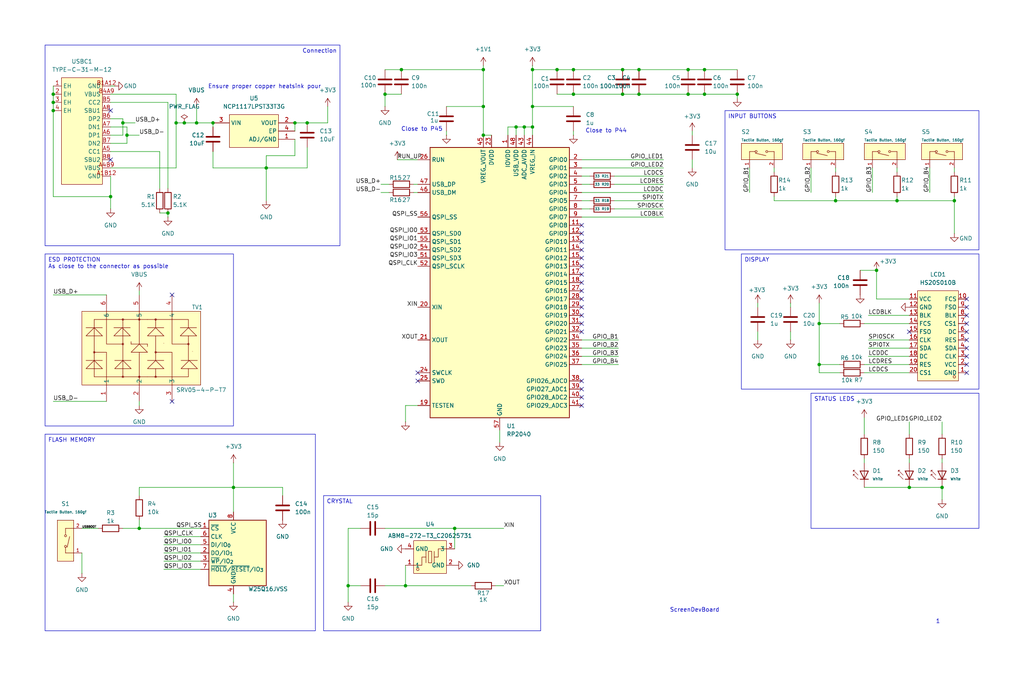
<source format=kicad_sch>
(kicad_sch (version 20250114) (generator "eeschema") (generator_version "9.0")
  (paper "User" 317.5 209.55)
  (text "1\n" (at 290.83 192.786 0) (effects (font (size 1.27 1.27))))
  (text "Ensure proper copper heatsink pour\n" (at 82.042 26.924 0) (effects (font (size 1.27 1.27))))
  (text "Close to P45" (at 130.81 40.132 0) (effects (font (size 1.27 1.27))))
  (text "Close to P44\n" (at 187.96 40.64 0) (effects (font (size 1.27 1.27))))
  (text "ScreenDevBoard" (at 215.392 189.23 0) (effects (font (size 1.27 1.27))))
  (text_box "Connection" (at 13.97 13.97 0) (size 91.44 62.23) (margins 0.9525 0.9525 0.9525 0.9525) (effects (font (size 1.27 1.27)) (justify right top)))
  (text_box "DISPLAY" (at 229.87 78.74 0) (size 73.66 41.91) (margins 0.9525 0.9525 0.9525 0.9525) (effects (font (size 1.27 1.27)) (justify left top)))
  (text_box "STATUS LEDS" (at 251.46 121.92 0) (size 52.07 41.91) (margins 0.9525 0.9525 0.9525 0.9525) (effects (font (size 1.27 1.27)) (justify left top)))
  (text_box "FLASH MEMORY" (at 13.97 134.62 0) (size 83.82 60.96) (margins 0.9525 0.9525 0.9525 0.9525) (effects (font (size 1.27 1.27)) (justify left top)))
  (text_box "ESD PROTECTION\nAs close to the connector as possible" (at 13.97 78.74 0) (size 58.42 53.34) (margins 0.9525 0.9525 0.9525 0.9525) (effects (font (size 1.27 1.27)) (justify left top)))
  (text_box "INPUT BUTTONS" (at 224.79 34.29 0) (size 78.74 43.18) (margins 0.9525 0.9525 0.9525 0.9525) (effects (font (size 1.27 1.27)) (justify left top)))
  (text_box "CRYSTAL" (at 100.33 153.67 0) (size 67.31 41.91) (margins 0.9525 0.9525 0.9525 0.9525) (effects (font (size 1.27 1.27)) (justify left top)))
  (junction (at 281.94 151.13))
  (junction (at 177.8 21.59))
  (junction (at 213.36 21.59))
  (junction (at 149.86 33.02))
  (junction (at 125.73 181.61))
  (junction (at 16.51 31.75))
  (junction (at 295.91 62.23))
  (junction (at 91.44 38.1))
  (junction (at 38.1 38.1))
  (junction (at 160.02 39.37))
  (junction (at 107.95 181.61))
  (junction (at 119.38 29.21))
  (junction (at 57.15 38.1))
  (junction (at 165.1 21.59))
  (junction (at 165.1 33.02))
  (junction (at 149.86 41.91))
  (junction (at 278.13 62.23))
  (junction (at 149.86 21.59))
  (junction (at 213.36 29.21))
  (junction (at 43.18 163.83))
  (junction (at 54.61 38.1))
  (junction (at 95.25 38.1))
  (junction (at 177.8 29.21))
  (junction (at 228.6 29.21))
  (junction (at 52.07 66.04))
  (junction (at 193.04 29.21))
  (junction (at 218.44 21.59))
  (junction (at 254 100.33))
  (junction (at 254 113.03))
  (junction (at 16.51 34.29))
  (junction (at 193.04 21.59))
  (junction (at 172.72 21.59))
  (junction (at 292.1 151.13))
  (junction (at 60.96 38.1))
  (junction (at 140.97 163.83))
  (junction (at 39.37 41.91))
  (junction (at 16.51 29.21))
  (junction (at 124.46 21.59))
  (junction (at 162.56 39.37))
  (junction (at 82.55 52.07))
  (junction (at 218.44 29.21))
  (junction (at 271.78 83.82))
  (junction (at 259.08 62.23))
  (junction (at 198.12 21.59))
  (junction (at 34.29 60.96))
  (junction (at 165.1 39.37))
  (junction (at 198.12 29.21))
  (junction (at 66.04 38.1))
  (junction (at 72.39 151.13))
  (no_connect (at 180.34 95.25))
  (no_connect (at 299.72 102.87))
  (no_connect (at 34.29 49.53))
  (no_connect (at 299.72 110.49))
  (no_connect (at 299.72 107.95))
  (no_connect (at 180.34 118.11))
  (no_connect (at 299.72 105.41))
  (no_connect (at 299.72 100.33))
  (no_connect (at 299.72 95.25))
  (no_connect (at 180.34 74.93))
  (no_connect (at 34.29 34.29))
  (no_connect (at 180.34 97.79))
  (no_connect (at 281.94 102.87))
  (no_connect (at 180.34 123.19))
  (no_connect (at 180.34 125.73))
  (no_connect (at 180.34 85.09))
  (no_connect (at 129.54 115.57))
  (no_connect (at 299.72 115.57))
  (no_connect (at 180.34 80.01))
  (no_connect (at 299.72 113.03))
  (no_connect (at 129.54 118.11))
  (no_connect (at 180.34 102.87))
  (no_connect (at 180.34 92.71))
  (no_connect (at 180.34 69.85))
  (no_connect (at 53.34 91.44))
  (no_connect (at 180.34 72.39))
  (no_connect (at 53.34 124.46))
  (no_connect (at 180.34 100.33))
  (no_connect (at 180.34 120.65))
  (no_connect (at 299.72 92.71))
  (no_connect (at 180.34 87.63))
  (no_connect (at 180.34 77.47))
  (no_connect (at 299.72 97.79))
  (no_connect (at 180.34 90.17))
  (no_connect (at 180.34 82.55))
  (wire (pts (xy 269.24 97.79) (xy 281.94 97.79)))
  (wire (pts (xy 177.8 21.59) (xy 193.04 21.59)))
  (wire (pts (xy 82.55 48.26) (xy 82.55 52.07)))
  (wire (pts (xy 234.95 93.98) (xy 234.95 95.25)))
  (wire (pts (xy 52.07 66.04) (xy 52.07 67.31)))
  (wire (pts (xy 165.1 21.59) (xy 165.1 33.02)))
  (wire (pts (xy 39.37 39.37) (xy 39.37 41.91)))
  (wire (pts (xy 66.04 46.99) (xy 66.04 52.07)))
  (wire (pts (xy 281.94 142.24) (xy 281.94 143.51)))
  (wire (pts (xy 107.95 181.61) (xy 111.76 181.61)))
  (wire (pts (xy 16.51 124.46) (xy 33.02 124.46)))
  (wire (pts (xy 295.91 62.23) (xy 295.91 72.39)))
  (wire (pts (xy 54.61 38.1) (xy 54.61 29.21)))
  (wire (pts (xy 34.29 26.67) (xy 35.56 26.67)))
  (wire (pts (xy 180.34 110.49) (xy 191.77 110.49)))
  (wire (pts (xy 72.39 143.51) (xy 72.39 151.13)))
  (wire (pts (xy 180.34 57.15) (xy 182.88 57.15)))
  (wire (pts (xy 180.34 59.69) (xy 205.74 59.69)))
  (wire (pts (xy 95.25 45.72) (xy 95.25 52.07)))
  (wire (pts (xy 39.37 44.45) (xy 39.37 41.91)))
  (wire (pts (xy 180.34 52.07) (xy 205.74 52.07)))
  (wire (pts (xy 165.1 33.02) (xy 177.8 33.02)))
  (wire (pts (xy 165.1 33.02) (xy 165.1 39.37)))
  (wire (pts (xy 38.1 41.91) (xy 38.1 38.1)))
  (wire (pts (xy 254 113.03) (xy 254 115.57)))
  (wire (pts (xy 267.97 113.03) (xy 281.94 113.03)))
  (wire (pts (xy 281.94 151.13) (xy 292.1 151.13)))
  (wire (pts (xy 52.07 31.75) (xy 52.07 58.42)))
  (wire (pts (xy 198.12 29.21) (xy 213.36 29.21)))
  (wire (pts (xy 95.25 38.1) (xy 101.6 38.1)))
  (wire (pts (xy 43.18 161.29) (xy 43.18 163.83)))
  (wire (pts (xy 180.34 107.95) (xy 191.77 107.95)))
  (wire (pts (xy 165.1 21.59) (xy 172.72 21.59)))
  (wire (pts (xy 292.1 142.24) (xy 292.1 143.51)))
  (wire (pts (xy 119.38 21.59) (xy 124.46 21.59)))
  (wire (pts (xy 162.56 39.37) (xy 165.1 39.37)))
  (wire (pts (xy 278.13 60.96) (xy 278.13 62.23)))
  (wire (pts (xy 245.11 102.87) (xy 245.11 105.41)))
  (wire (pts (xy 154.94 133.35) (xy 154.94 137.16)))
  (wire (pts (xy 228.6 29.21) (xy 228.6 30.48)))
  (wire (pts (xy 245.11 95.25) (xy 245.11 93.98)))
  (wire (pts (xy 271.78 92.71) (xy 281.94 92.71)))
  (wire (pts (xy 91.44 43.18) (xy 91.44 48.26)))
  (wire (pts (xy 57.15 38.1) (xy 54.61 38.1)))
  (wire (pts (xy 43.18 153.67) (xy 43.18 151.13)))
  (wire (pts (xy 119.38 181.61) (xy 125.73 181.61)))
  (wire (pts (xy 124.46 29.21) (xy 119.38 29.21)))
  (wire (pts (xy 213.36 21.59) (xy 218.44 21.59)))
  (wire (pts (xy 43.18 90.17) (xy 43.18 91.44)))
  (wire (pts (xy 218.44 21.59) (xy 228.6 21.59)))
  (wire (pts (xy 160.02 39.37) (xy 162.56 39.37)))
  (wire (pts (xy 278.13 52.07) (xy 278.13 53.34)))
  (wire (pts (xy 34.29 36.83) (xy 38.1 36.83)))
  (wire (pts (xy 125.73 175.26) (xy 125.73 181.61)))
  (wire (pts (xy 180.34 62.23) (xy 182.88 62.23)))
  (wire (pts (xy 149.86 33.02) (xy 149.86 41.91)))
  (wire (pts (xy 101.6 33.02) (xy 101.6 38.1)))
  (wire (pts (xy 50.8 176.53) (xy 62.23 176.53)))
  (wire (pts (xy 25.4 163.83) (xy 30.48 163.83)))
  (wire (pts (xy 153.67 181.61) (xy 156.21 181.61)))
  (wire (pts (xy 16.51 31.75) (xy 16.51 34.29)))
  (wire (pts (xy 172.72 21.59) (xy 177.8 21.59)))
  (wire (pts (xy 16.51 60.96) (xy 34.29 60.96)))
  (wire (pts (xy 240.03 62.23) (xy 259.08 62.23)))
  (wire (pts (xy 214.63 49.53) (xy 214.63 52.07)))
  (wire (pts (xy 138.43 33.02) (xy 149.86 33.02)))
  (wire (pts (xy 193.04 29.21) (xy 198.12 29.21)))
  (wire (pts (xy 149.86 41.91) (xy 152.4 41.91)))
  (wire (pts (xy 119.38 163.83) (xy 140.97 163.83)))
  (wire (pts (xy 254 93.98) (xy 254 100.33)))
  (wire (pts (xy 125.73 125.73) (xy 125.73 130.81)))
  (wire (pts (xy 16.51 34.29) (xy 16.51 60.96)))
  (wire (pts (xy 87.63 151.13) (xy 87.63 153.67)))
  (wire (pts (xy 118.11 59.69) (xy 120.65 59.69)))
  (wire (pts (xy 271.78 83.82) (xy 271.78 92.71)))
  (wire (pts (xy 281.94 130.81) (xy 281.94 134.62)))
  (wire (pts (xy 107.95 163.83) (xy 111.76 163.83)))
  (wire (pts (xy 162.56 39.37) (xy 162.56 41.91)))
  (wire (pts (xy 157.48 41.91) (xy 157.48 39.37)))
  (wire (pts (xy 180.34 49.53) (xy 205.74 49.53)))
  (wire (pts (xy 34.29 39.37) (xy 39.37 39.37)))
  (wire (pts (xy 72.39 151.13) (xy 72.39 158.75)))
  (wire (pts (xy 266.7 83.82) (xy 271.78 83.82)))
  (wire (pts (xy 50.8 171.45) (xy 62.23 171.45)))
  (wire (pts (xy 172.72 29.21) (xy 177.8 29.21)))
  (wire (pts (xy 128.27 57.15) (xy 129.54 57.15)))
  (wire (pts (xy 177.8 29.21) (xy 193.04 29.21)))
  (wire (pts (xy 34.29 60.96) (xy 34.29 64.77)))
  (wire (pts (xy 82.55 52.07) (xy 82.55 62.23)))
  (wire (pts (xy 267.97 129.54) (xy 267.97 134.62)))
  (wire (pts (xy 66.04 38.1) (xy 66.04 39.37)))
  (wire (pts (xy 54.61 38.1) (xy 54.61 52.07)))
  (wire (pts (xy 34.29 60.96) (xy 34.29 54.61)))
  (wire (pts (xy 269.24 110.49) (xy 281.94 110.49)))
  (wire (pts (xy 180.34 54.61) (xy 182.88 54.61)))
  (wire (pts (xy 16.51 91.44) (xy 33.02 91.44)))
  (wire (pts (xy 278.13 62.23) (xy 295.91 62.23)))
  (wire (pts (xy 50.8 166.37) (xy 62.23 166.37)))
  (wire (pts (xy 267.97 142.24) (xy 267.97 143.51)))
  (wire (pts (xy 66.04 52.07) (xy 82.55 52.07)))
  (wire (pts (xy 91.44 38.1) (xy 95.25 38.1)))
  (wire (pts (xy 259.08 60.96) (xy 259.08 62.23)))
  (wire (pts (xy 292.1 130.81) (xy 292.1 134.62)))
  (wire (pts (xy 43.18 124.46) (xy 43.18 125.73)))
  (wire (pts (xy 240.03 52.07) (xy 240.03 53.34)))
  (wire (pts (xy 38.1 38.1) (xy 41.91 38.1)))
  (wire (pts (xy 269.24 105.41) (xy 281.94 105.41)))
  (wire (pts (xy 160.02 39.37) (xy 160.02 41.91)))
  (wire (pts (xy 107.95 163.83) (xy 107.95 181.61)))
  (wire (pts (xy 251.46 52.07) (xy 251.46 59.69)))
  (wire (pts (xy 190.5 54.61) (xy 205.74 54.61)))
  (wire (pts (xy 43.18 151.13) (xy 72.39 151.13)))
  (wire (pts (xy 254 100.33) (xy 260.35 100.33)))
  (wire (pts (xy 107.95 181.61) (xy 107.95 186.69)))
  (wire (pts (xy 50.8 173.99) (xy 62.23 173.99)))
  (wire (pts (xy 25.4 171.45) (xy 25.4 177.8)))
  (wire (pts (xy 232.41 52.07) (xy 232.41 59.69)))
  (wire (pts (xy 292.1 151.13) (xy 292.1 154.94)))
  (wire (pts (xy 16.51 26.67) (xy 16.51 29.21)))
  (wire (pts (xy 39.37 41.91) (xy 43.18 41.91)))
  (wire (pts (xy 190.5 64.77) (xy 205.74 64.77)))
  (wire (pts (xy 91.44 38.1) (xy 91.44 40.64)))
  (wire (pts (xy 60.96 33.02) (xy 60.96 38.1)))
  (wire (pts (xy 190.5 57.15) (xy 205.74 57.15)))
  (wire (pts (xy 234.95 102.87) (xy 234.95 105.41)))
  (wire (pts (xy 259.08 62.23) (xy 278.13 62.23)))
  (wire (pts (xy 165.1 39.37) (xy 165.1 41.91)))
  (wire (pts (xy 60.96 38.1) (xy 66.04 38.1)))
  (wire (pts (xy 60.96 38.1) (xy 57.15 38.1)))
  (wire (pts (xy 267.97 151.13) (xy 281.94 151.13)))
  (wire (pts (xy 34.29 41.91) (xy 38.1 41.91)))
  (wire (pts (xy 193.04 21.59) (xy 198.12 21.59)))
  (wire (pts (xy 180.34 64.77) (xy 182.88 64.77)))
  (wire (pts (xy 124.46 21.59) (xy 149.86 21.59)))
  (wire (pts (xy 149.86 21.59) (xy 149.86 33.02)))
  (wire (pts (xy 72.39 184.15) (xy 72.39 186.69)))
  (wire (pts (xy 198.12 21.59) (xy 213.36 21.59)))
  (wire (pts (xy 254 113.03) (xy 260.35 113.03)))
  (wire (pts (xy 213.36 29.21) (xy 218.44 29.21)))
  (wire (pts (xy 156.21 163.83) (xy 140.97 163.83)))
  (wire (pts (xy 16.51 29.21) (xy 16.51 31.75)))
  (wire (pts (xy 38.1 163.83) (xy 43.18 163.83)))
  (wire (pts (xy 43.18 163.83) (xy 62.23 163.83)))
  (wire (pts (xy 254 100.33) (xy 254 113.03)))
  (wire (pts (xy 119.38 29.21) (xy 119.38 33.02)))
  (wire (pts (xy 269.24 107.95) (xy 281.94 107.95)))
  (wire (pts (xy 270.51 52.07) (xy 270.51 59.69)))
  (wire (pts (xy 157.48 39.37) (xy 160.02 39.37)))
  (wire (pts (xy 190.5 62.23) (xy 205.74 62.23)))
  (wire (pts (xy 34.29 44.45) (xy 39.37 44.45)))
  (wire (pts (xy 49.53 46.99) (xy 49.53 58.42)))
  (wire (pts (xy 165.1 20.32) (xy 165.1 21.59)))
  (wire (pts (xy 180.34 105.41) (xy 191.77 105.41)))
  (wire (pts (xy 123.19 49.53) (xy 129.54 49.53)))
  (wire (pts (xy 240.03 60.96) (xy 240.03 62.23)))
  (wire (pts (xy 214.63 41.91) (xy 214.63 40.64)))
  (wire (pts (xy 118.11 57.15) (xy 120.65 57.15)))
  (wire (pts (xy 129.54 125.73) (xy 125.73 125.73)))
  (wire (pts (xy 128.27 59.69) (xy 129.54 59.69)))
  (wire (pts (xy 72.39 151.13) (xy 87.63 151.13)))
  (wire (pts (xy 180.34 113.03) (xy 191.77 113.03)))
  (wire (pts (xy 125.73 181.61) (xy 146.05 181.61)))
  (wire (pts (xy 82.55 52.07) (xy 95.25 52.07)))
  (wire (pts (xy 34.29 52.07) (xy 54.61 52.07)))
  (wire (pts (xy 138.43 40.64) (xy 138.43 41.91)))
  (wire (pts (xy 218.44 29.21) (xy 228.6 29.21)))
  (wire (pts (xy 91.44 48.26) (xy 82.55 48.26)))
  (wire (pts (xy 49.53 66.04) (xy 52.07 66.04)))
  (wire (pts (xy 180.34 67.31) (xy 205.74 67.31)))
  (wire (pts (xy 267.97 100.33) (xy 281.94 100.33)))
  (wire (pts (xy 38.1 36.83) (xy 38.1 38.1)))
  (wire (pts (xy 177.8 40.64) (xy 177.8 41.91)))
  (wire (pts (xy 260.35 115.57) (xy 254 115.57)))
  (wire (pts (xy 34.29 46.99) (xy 49.53 46.99)))
  (wire (pts (xy 140.97 163.83) (xy 140.97 170.18)))
  (wire (pts (xy 295.91 60.96) (xy 295.91 62.23)))
  (wire (pts (xy 281.94 115.57) (xy 267.97 115.57)))
  (wire (pts (xy 295.91 52.07) (xy 295.91 53.34)))
  (wire (pts (xy 288.29 52.07) (xy 288.29 59.69)))
  (wire (pts (xy 259.08 52.07) (xy 259.08 53.34)))
  (wire (pts (xy 50.8 168.91) (xy 62.23 168.91)))
  (wire (pts (xy 54.61 29.21) (xy 34.29 29.21)))
  (wire (pts (xy 149.86 20.32) (xy 149.86 21.59)))
  (wire (pts (xy 34.29 31.75) (xy 52.07 31.75)))
  (label "GPIO_B2" (at 251.46 59.69 90))
  (label "SPI0TX" (at 205.74 62.23 180))
  (label "GPIO_B3" (at 270.51 59.69 90))
  (label "GPIO_LED1" (at 281.94 130.81 180))
  (label "SPI0SCK" (at 205.74 64.77 180))
  (label "USB_D-" (at 43.18 41.91 0))
  (label "QSPI_IO2" (at 50.8 173.99 0))
  (label "QSPI_IO1" (at 129.54 74.93 180))
  (label "QSPI_CLK" (at 50.8 166.37 0))
  (label "QSPI_IO0" (at 129.54 72.39 180))
  (label "LCDCS" (at 269.24 115.57 0))
  (label "LCDDC" (at 205.74 59.69 180))
  (label "GPIO_LED2" (at 205.74 52.07 180))
  (label "RUN_UP" (at 123.19 49.53 0))
  (label "XOUT" (at 129.54 105.41 180))
  (label "GPIO_B2" (at 191.77 107.95 180))
  (label "USB_D+" (at 118.11 57.15 180))
  (label "QSPI_IO2" (at 129.54 77.47 180))
  (label "XIN" (at 129.54 95.25 180))
  (label "LCDBLK" (at 205.74 67.31 180))
  (label "LCDCS" (at 205.74 54.61 180))
  (label "XOUT" (at 156.21 181.61 0))
  (label "QSPI_IO0" (at 50.8 168.91 0))
  (label "SPI0TX" (at 269.24 107.95 0))
  (label "QSPI_IO3" (at 50.8 176.53 0))
  (label "GPIO_B1" (at 232.41 59.69 90))
  (label "GPIO_B3" (at 191.77 110.49 180))
  (label "LCDBLK" (at 269.24 97.79 0))
  (label "GPIO_B4" (at 288.29 59.69 90))
  (label "GPIO_B4" (at 191.77 113.03 180))
  (label "QSPI_IO3" (at 129.54 80.01 180))
  (label "QSPI_SS" (at 54.61 163.83 0))
  (label "GPIO_LED2" (at 292.1 130.81 180))
  (label "USB_D+" (at 16.51 91.44 0))
  (label "QSPI_IO1" (at 50.8 171.45 0))
  (label "USBBOOT" (at 25.4 163.83 0) (effects (font (size 0.635 0.635))))
  (label "USB_D+" (at 41.91 38.1 0))
  (label "LCDRES" (at 205.74 57.15 180))
  (label "GPIO_LED1" (at 205.74 49.53 180))
  (label "XIN" (at 156.21 163.83 0))
  (label "LCDDC" (at 269.24 110.49 0))
  (label "USB_D-" (at 118.11 59.69 180))
  (label "SPI0SCK" (at 269.24 105.41 0))
  (label "LCDRES" (at 269.24 113.03 0))
  (label "USB_D-" (at 16.51 124.46 0))
  (label "QSPI_SS" (at 129.54 67.31 180))
  (label "QSPI_CLK" (at 129.54 82.55 180))
  (label "GPIO_B1" (at 191.77 105.41 180))
  (symbol (lib_id "Device:C") (at 138.43 36.83 0) (unit 1)
    (property "Reference" "C11" (at 132.334 35.306 0) (effects (justify left)))
    (property "Value" "1u" (at 133.35 37.338 0) (effects (justify left)))
    (property "Footprint" "Capacitor_SMD:C_0402_1005Metric" (effects (hide yes)))
    (property "Description" "Unpolarized capacitor" (effects (hide yes)))
  )
  (symbol (lib_id "power:VBUS") (at 60.96 33.02 0) (unit 1)
    (property "Reference" "#PWR011" (effects (hide yes)))
    (property "Value" "VBUS" (at 60.96 27.94 0))
    (property "Description" "Power symbol creates a global label with name \"VBUS\"" (effects (hide yes)))
  )
  (symbol (lib_id "Device:C") (at 177.8 36.83 0) (unit 1)
    (property "Reference" "C8" (at 181.61 35.5599 0) (effects (justify left)))
    (property "Value" "1u" (at 181.61 38.0999 0) (effects (justify left)))
    (property "Footprint" "Capacitor_SMD:C_0402_1005Metric" (effects (hide yes)))
    (property "Description" "Unpolarized capacitor" (effects (hide yes)))
  )
  (symbol (lib_id "Device:C") (at 234.95 99.06 0) (unit 1)
    (property "Reference" "C19" (at 238.76 97.7899 0) (effects (justify left)))
    (property "Value" "1u" (at 238.76 100.3299 0) (effects (justify left)))
    (property "Footprint" "Capacitor_SMD:C_0603_1608Metric" (effects (hide yes)))
    (property "Description" "Unpolarized capacitor" (effects (hide yes)))
  )
  (symbol (lib_id "power:GND") (at 140.97 175.26 90) (unit 1)
    (property "Reference" "#PWR020" (effects (hide yes)))
    (property "Value" "GND" (at 144.78 175.2599 90) (effects (justify right)))
    (property "Description" "Power symbol creates a global label with name \"GND\" , ground" (effects (hide yes)))
  )
  (symbol (lib_id "power:+3V3") (at 165.1 20.32 0) (unit 1)
    (property "Reference" "#PWR02" (effects (hide yes)))
    (property "Value" "+3V3" (at 165.1 15.24 0))
    (property "Description" "Power symbol creates a global label with name \"+3V3\"" (effects (hide yes)))
  )
  (symbol (lib_id "power:GND") (at 228.6 30.48 0) (unit 1)
    (property "Reference" "#PWR03" (effects (hide yes)))
    (property "Value" "GND" (effects (hide yes)))
    (property "Description" "Power symbol creates a global label with name \"GND\" , ground" (effects (hide yes)))
  )
  (symbol (lib_name "Tactile Button, 160gf, 12V, 50mA, 4.0mm_1") (lib_id "PCM_JLCPCB-Connectors_Buttons:Tactile Button, 160gf, 12V, 50mA, 4.0mm") (at 20.32 168.91 180) (unit 1)
    (property "Reference" "S1" (at 20.32 156.21 0))
    (property "Value" "Tactile Button, 160gf" (at 20.32 158.75 0) (effects (font (size 0.8 0.8))))
    (property "Footprint" "PCM_JLCPCB:SW_TS-1088-AR02016" (effects (hide yes)))
    (property "Datasheet" "https://www.lcsc.com/datasheet/lcsc_datasheet_2304140030_XUNPU-TS-1088-AR02016_C720477.pdf" (effects (hide yes)))
    (property "Description" "Without 50mA 4mm 100MΩ 100000 Times 12V 160gf 3mm 2mm Round Button Standing paste SPST SMD Tactile Switches ROHS" (effects (hide yes)))
    (property "LCSC" "C720477" (effects (hide yes)))
    (property "Stock" "346801" (effects (hide yes)))
    (property "Price" "0.044USD" (effects (hide yes)))
    (property "Process" "SMT" (effects (hide yes)))
    (property "Minimum Qty" "5" (effects (hide yes)))
    (property "Attrition Qty" "4" (effects (hide yes)))
    (property "Class" "Basic Component" (effects (hide yes)))
    (property "Category" "Switches,Tactile Switches" (effects (hide yes)))
    (property "Manufacturer" "XUNPU" (effects (hide yes)))
    (property "Part" "TS-1088-AR02016" (effects (hide yes)))
    (property "Switch Length" "4mm" (effects (hide yes)))
    (property "Voltage Rating (Dc)" "12V" (effects (hide yes)))
    (property "With Lamp" "No" (effects (hide yes)))
    (property "Operating Force" "160gf@±50gf" (effects (hide yes)))
    (property "Actuator/Cap Color" "Black" (effects (hide yes)))
    (property "Mechanical Life" "100000 Times" (effects (hide yes)))
    (property "Strike Gundam" "NO" (effects (hide yes)))
    (property "Circuit" "SPST" (effects (hide yes)))
    (property "Switch Height" "2mm" (effects (hide yes)))
    (property "Actuator Style" "Round Button" (effects (hide yes)))
    (property "Switch Width" "3mm" (effects (hide yes)))
    (property "Contact Current" "50mA" (effects (hide yes)))
    (property "Operating Temperature" "-30°C~+80°C" (effects (hide yes)))
    (property "Mounting Style" "Brick nogging" (effects (hide yes)))
    (property "Insulation Resistance" "100MΩ" (effects (hide yes)))
    (property "Pin Style" "SMDSplicing" (effects (hide yes)))
  )
  (symbol (lib_id "power:GND") (at 234.95 105.41 0) (unit 1)
    (property "Reference" "#PWR035" (effects (hide yes)))
    (property "Value" "GND" (at 234.95 110.49 0))
    (property "Description" "Power symbol creates a global label with name \"GND\" , ground" (effects (hide yes)))
  )
  (symbol (lib_id "Device:C") (at 119.38 25.4 0) (unit 1)
    (property "Reference" "C10" (at 112.776 24.13 0) (effects (justify left)))
    (property "Value" "100n" (at 111.76 26.416 0) (effects (justify left)))
    (property "Footprint" "Capacitor_SMD:C_0402_1005Metric" (effects (hide yes)))
    (property "Description" "Unpolarized capacitor" (effects (hide yes)))
  )
  (symbol (lib_id "power:GND") (at 52.07 67.31 0) (unit 1)
    (property "Reference" "#PWR010" (effects (hide yes)))
    (property "Value" "GND" (at 52.07 72.39 0))
    (property "Description" "Power symbol creates a global label with name \"GND\" , ground" (effects (hide yes)))
  )
  (symbol (lib_id "power:+3V3") (at 234.95 93.98 0) (unit 1)
    (property "Reference" "#PWR034" (effects (hide yes)))
    (property "Value" "+3V3" (at 234.696 89.916 0))
    (property "Description" "Power symbol creates a global label with name \"+3V3\"" (effects (hide yes)))
  )
  (symbol (lib_id "PCM_JLCPCB-Extended:MCU, RP2040") (at 154.94 87.63 0) (unit 1)
    (property "Reference" "U1" (at 157.0833 132.08 0) (effects (justify left)))
    (property "Value" "RP2040" (at 157.0833 134.62 0) (effects (justify left)))
    (property "Footprint" "Package_DFN_QFN:QFN-56-1EP_7x7mm_P0.4mm_EP3.2x3.2mm_ThermalVias" (effects (hide yes)))
    (property "Datasheet" "https://datasheets.raspberrypi.com/rp2040/rp2040-datasheet.pdf" (effects (hide yes)))
    (property "Description" "A microcontroller by Raspberry Pi" (effects (hide yes)))
    (property "LCSC" "C2040" (effects (hide yes)))
  )
  (symbol (lib_id "power:+3V3") (at 271.78 83.82 0) (unit 1)
    (property "Reference" "#PWR026" (effects (hide yes)))
    (property "Value" "+3V3" (at 275.336 81.026 0))
    (property "Description" "Power symbol creates a global label with name \"+3V3\"" (effects (hide yes)))
  )
  (symbol (lib_id "power:PWR_FLAG") (at 57.15 38.1 0) (unit 1)
    (property "Reference" "#FLG01" (effects (hide yes)))
    (property "Value" "PWR_FLAG" (at 57.15 33.02 0))
    (property "Description" "Special symbol for telling ERC where power comes from" (effects (hide yes)))
  )
  (symbol (lib_id "power:VBUS") (at 43.18 90.17 0) (unit 1)
    (property "Reference" "#PWR031" (effects (hide yes)))
    (property "Value" "VBUS" (at 43.18 85.09 0))
    (property "Description" "Power symbol creates a global label with name \"VBUS\"" (effects (hide yes)))
  )
  (symbol (lib_id "PCM_JLCPCB-Connectors_Buttons:Tactile Button, 160gf, 12V, 50mA, 4.0mm") (at 254 46.99 90) (unit 1)
    (property "Reference" "S3" (at 248.92 40.8939 90) (effects (justify right)))
    (property "Value" "Tactile Button, 160gf" (at 248.92 43.434 90) (effects (font (size 0.8 0.8)) (justify right)))
    (property "Footprint" "PCM_JLCPCB:SW_TS-1088-AR02016" (effects (hide yes)))
    (property "Datasheet" "https://www.lcsc.com/datasheet/lcsc_datasheet_2304140030_XUNPU-TS-1088-AR02016_C720477.pdf" (effects (hide yes)))
    (property "Description" "Without 50mA 4mm 100MΩ 100000 Times 12V 160gf 3mm 2mm Round Button Standing paste SPST SMD Tactile Switches ROHS" (effects (hide yes)))
    (property "LCSC" "C720477" (effects (hide yes)))
    (property "Stock" "346801" (effects (hide yes)))
    (property "Price" "0.044USD" (effects (hide yes)))
    (property "Process" "SMT" (effects (hide yes)))
    (property "Minimum Qty" "5" (effects (hide yes)))
    (property "Attrition Qty" "4" (effects (hide yes)))
    (property "Class" "Basic Component" (effects (hide yes)))
    (property "Category" "Switches,Tactile Switches" (effects (hide yes)))
    (property "Manufacturer" "XUNPU" (effects (hide yes)))
    (property "Part" "TS-1088-AR02016" (effects (hide yes)))
    (property "Switch Length" "4mm" (effects (hide yes)))
    (property "Voltage Rating (Dc)" "12V" (effects (hide yes)))
    (property "With Lamp" "No" (effects (hide yes)))
    (property "Operating Force" "160gf@±50gf" (effects (hide yes)))
    (property "Actuator/Cap Color" "Black" (effects (hide yes)))
    (property "Mechanical Life" "100000 Times" (effects (hide yes)))
    (property "Strike Gundam" "NO" (effects (hide yes)))
    (property "Circuit" "SPST" (effects (hide yes)))
    (property "Switch Height" "2mm" (effects (hide yes)))
    (property "Actuator Style" "Round Button" (effects (hide yes)))
    (property "Switch Width" "3mm" (effects (hide yes)))
    (property "Contact Current" "50mA" (effects (hide yes)))
    (property "Operating Temperature" "-30°C~+80°C" (effects (hide yes)))
    (property "Mounting Style" "Brick nogging" (effects (hide yes)))
    (property "Insulation Resistance" "100MΩ" (effects (hide yes)))
    (property "Pin Style" "SMDSplicing" (effects (hide yes)))
  )
  (symbol (lib_id "Device:C") (at 193.04 25.4 0) (unit 1)
    (property "Reference" "C3" (at 188.214 24.13 0) (effects (justify left)))
    (property "Value" "100n" (at 185.928 26.67 0) (effects (justify left)))
    (property "Footprint" "Capacitor_SMD:C_0402_1005Metric" (effects (hide yes)))
    (property "Description" "Unpolarized capacitor" (effects (hide yes)))
  )
  (symbol (lib_id "Device:C") (at 228.6 25.4 0) (unit 1)
    (property "Reference" "C7" (at 231.648 24.13 0) (effects (justify left)))
    (property "Value" "100n" (at 231.648 26.67 0) (effects (justify left)))
    (property "Footprint" "Capacitor_SMD:C_0402_1005Metric" (effects (hide yes)))
    (property "Description" "Unpolarized capacitor" (effects (hide yes)))
  )
  (symbol (lib_id "Device:C") (at 245.11 99.06 0) (unit 1)
    (property "Reference" "C20" (at 248.92 97.7899 0) (effects (justify left)))
    (property "Value" "10u" (at 248.92 100.3299 0) (effects (justify left)))
    (property "Footprint" "Capacitor_SMD:C_0603_1608Metric" (effects (hide yes)))
    (property "Description" "Unpolarized capacitor" (effects (hide yes)))
  )
  (symbol (lib_id "Device:C") (at 198.12 25.4 0) (mirror y) (unit 1)
    (property "Reference" "C4" (at 195.58 24.13 0) (effects (justify left)))
    (property "Value" "100n" (at 195.58 26.67 0) (effects (justify left)))
    (property "Footprint" "Capacitor_SMD:C_0402_1005Metric" (effects (hide yes)))
    (property "Description" "Unpolarized capacitor" (effects (hide yes)))
  )
  (symbol (lib_id "power:GND") (at 72.39 186.69 0) (unit 1)
    (property "Reference" "#PWR017" (effects (hide yes)))
    (property "Value" "GND" (at 72.39 191.77 0))
    (property "Description" "Power symbol creates a global label with name \"GND\" , ground" (effects (hide yes)))
  )
  (symbol (lib_id "power:GND") (at 214.63 52.07 0) (unit 1)
    (property "Reference" "#PWR022" (effects (hide yes)))
    (property "Value" "GND" (at 214.63 57.15 0))
    (property "Description" "Power symbol creates a global label with name \"GND\" , ground" (effects (hide yes)))
  )
  (symbol (lib_id "PCM_JLCPCB-Diodes:LED,0805,White") (at 292.1 147.32 0) (unit 1)
    (property "Reference" "D3" (at 294.64 145.9546 0) (effects (justify left)))
    (property "Value" "White" (at 294.64 148.4947 0) (effects (font (size 0.8 0.8)) (justify left)))
    (property "Footprint" "PCM_JLCPCB:D_0805" (effects (hide yes)))
    (property "Datasheet" "https://www.lcsc.com/datasheet/lcsc_datasheet_2305091500_Hubei-KENTO-Elec-KT-0805W_C34499.pdf" (effects (hide yes)))
    (property "Description" "0805 LED Indication - Discrete ROHS" (effects (hide yes)))
    (property "LCSC" "C34499" (effects (hide yes)))
    (property "Stock" "505726" (effects (hide yes)))
    (property "Price" "0.020USD" (effects (hide yes)))
    (property "Process" "SMT" (effects (hide yes)))
    (property "Minimum Qty" "20" (effects (hide yes)))
    (property "Attrition Qty" "8" (effects (hide yes)))
    (property "Class" "Basic Component" (effects (hide yes)))
    (property "Category" "Optocouplers & LEDs & Infrared,Light Emitting Diodes (LED)" (effects (hide yes)))
    (property "Manufacturer" "Hubei KENTO Elec" (effects (hide yes)))
    (property "Part" "KT-0805W" (effects (hide yes)))
  )
  (symbol (lib_id "Device:R") (at 281.94 138.43 0) (unit 1)
    (property "Reference" "R9" (at 284.48 137.1599 0) (effects (justify left)))
    (property "Value" "150" (at 284.48 139.6999 0) (effects (justify left)))
    (property "Footprint" "Resistor_SMD:R_0603_1608Metric" (effects (hide yes)))
    (property "Description" "Resistor" (effects (hide yes)))
  )
  (symbol (lib_id "power:GND") (at 82.55 62.23 0) (unit 1)
    (property "Reference" "#PWR012" (effects (hide yes)))
    (property "Value" "GND" (at 82.55 67.31 0))
    (property "Description" "Power symbol creates a global label with name \"GND\" , ground" (effects (hide yes)))
  )
  (symbol (lib_id "Device:R") (at 34.29 163.83 90) (unit 1)
    (property "Reference" "R3" (at 34.29 159.004 90))
    (property "Value" "1k" (at 34.29 161.544 90))
    (property "Footprint" "Resistor_SMD:R_0603_1608Metric" (effects (hide yes)))
    (property "Description" "Resistor" (effects (hide yes)))
  )
  (symbol (lib_id "Device:R") (at 264.16 100.33 270) (unit 1)
    (property "Reference" "R5" (at 261.874 98.298 90))
    (property "Value" "10k" (at 265.684 98.044 90))
    (property "Footprint" "Resistor_SMD:R_0603_1608Metric" (effects (hide yes)))
    (property "Description" "Resistor" (effects (hide yes)))
  )
  (symbol (lib_id "power:GND") (at 87.63 161.29 0) (unit 1)
    (property "Reference" "#PWR016" (effects (hide yes)))
    (property "Value" "GND" (at 87.63 166.37 0))
    (property "Description" "Power symbol creates a global label with name \"GND\" , ground" (effects (hide yes)))
  )
  (symbol (lib_id "power:+3V3") (at 101.6 33.02 0) (unit 1)
    (property "Reference" "#PWR013" (effects (hide yes)))
    (property "Value" "+3V3" (at 101.6 27.94 0))
    (property "Description" "Power symbol creates a global label with name \"+3V3\"" (effects (hide yes)))
  )
  (symbol (lib_id "easyeda2kicad:SRV05-4-P-T7") (at 44.45 107.95 270) (unit 1)
    (property "Reference" "TV1" (at 59.436 95.25 90) (effects (justify left)))
    (property "Value" "SRV05-4-P-T7" (at 54.61 120.904 90) (effects (justify left)))
    (property "Footprint" "easyeda2kicad:SOT-23-6_L2.9-W1.6-P0.95-LS2.8-BR" (effects (hide yes)))
    (property "Datasheet" "https://lcsc.com/product-detail/TVS_SRV05-4-P-T7_C85364.html" (effects (hide yes)))
    (property "LCSC Part" "C85364" (effects (hide yes)))
  )
  (symbol (lib_id "Device:R") (at 240.03 57.15 0) (unit 1)
    (property "Reference" "R14" (at 241.3 55.88 0) (effects (justify left)))
    (property "Value" "1k" (at 241.3 58.42 0) (effects (justify left)))
    (property "Footprint" "Resistor_SMD:R_0603_1608Metric" (effects (hide yes)))
    (property "Description" "Resistor" (effects (hide yes)))
  )
  (symbol (lib_id "power:+3V3") (at 72.39 143.51 0) (unit 1)
    (property "Reference" "#PWR015" (effects (hide yes)))
    (property "Value" "+3V3" (at 72.39 138.43 0))
    (property "Description" "Power symbol creates a global label with name \"+3V3\"" (effects (hide yes)))
  )
  (symbol (lib_id "power:GND") (at 292.1 154.94 0) (unit 1)
    (property "Reference" "#PWR030" (effects (hide yes)))
    (property "Value" "GND" (at 292.1 160.02 0))
    (property "Description" "Power symbol creates a global label with name \"GND\" , ground" (effects (hide yes)))
  )
  (symbol (lib_id "power:GND") (at 35.56 26.67 90) (unit 1)
    (property "Reference" "#PWR09" (effects (hide yes)))
    (property "Value" "GND" (at 38.354 26.67 90) (effects (justify right)))
    (property "Description" "Power symbol creates a global label with name \"GND\" , ground" (effects (hide yes)))
  )
  (symbol (lib_id "power:GND") (at 154.94 137.16 0) (unit 1)
    (property "Reference" "#PWR01" (effects (hide yes)))
    (property "Value" "GND" (at 154.94 142.24 0))
    (property "Description" "Power symbol creates a global label with name \"GND\" , ground" (effects (hide yes)))
  )
  (symbol (lib_id "Device:R") (at 292.1 138.43 0) (unit 1)
    (property "Reference" "R10" (at 294.64 137.1599 0) (effects (justify left)))
    (property "Value" "150" (at 294.64 139.6999 0) (effects (justify left)))
    (property "Footprint" "Resistor_SMD:R_0603_1608Metric" (effects (hide yes)))
    (property "Description" "Resistor" (effects (hide yes)))
  )
  (symbol (lib_id "power:+3V3") (at 267.97 129.54 0) (unit 1)
    (property "Reference" "#PWR029" (effects (hide yes)))
    (property "Value" "+3V3" (at 267.97 124.46 0))
    (property "Description" "Power symbol creates a global label with name \"+3V3\"" (effects (hide yes)))
  )
  (symbol (lib_id "Device:R") (at 49.53 62.23 0) (unit 1)
    (property "Reference" "R1" (at 45.466 60.96 0) (effects (justify left)))
    (property "Value" "5.1K" (at 43.688 63.5 0) (effects (justify left)))
    (property "Footprint" "Resistor_SMD:R_0402_1005Metric" (effects (hide yes)))
    (property "Description" "Resistor" (effects (hide yes)))
  )
  (symbol (lib_id "easyeda2kicad:HS20S010B") (at 290.83 104.14 180) (unit 1)
    (property "Reference" "LCD1" (at 290.83 85.09 0))
    (property "Value" "HS20S010B" (at 290.83 87.63 0))
    (property "Footprint" "easyeda2kicad:LCD-TH_HS20S010B" (effects (hide yes)))
    (property "LCSC Part" "C5329586" (effects (hide yes)))
  )
  (symbol (lib_id "power:GND") (at 125.73 170.18 270) (unit 1)
    (property "Reference" "#PWR019" (effects (hide yes)))
    (property "Value" "GND" (at 121.92 170.1799 90) (effects (justify right)))
    (property "Description" "Power symbol creates a global label with name \"GND\" , ground" (effects (hide yes)))
  )
  (symbol (lib_id "easyeda2kicad:TYPE-C-31-M-12") (at 25.4 40.64 180) (unit 1)
    (property "Reference" "USBC1" (at 25.4 19.05 0))
    (property "Value" "TYPE-C-31-M-12" (at 25.4 21.59 0))
    (property "Footprint" "easyeda2kicad:USB-C_SMD-TYPE-C-31-M-12_1" (effects (hide yes)))
    (property "Datasheet" "https://lcsc.com/product-detail/USB-Type-C_Korean-Hroparts-Elec-TYPE-C-31-M-12_C165948.html" (effects (hide yes)))
    (property "LCSC Part" "C165948" (effects (hide yes)))
  )
  (symbol (lib_id "Device:R") (at 124.46 57.15 90) (unit 1)
    (property "Reference" "R15" (at 122.682 55.118 90))
    (property "Value" "27" (at 125.984 55.118 90))
    (property "Footprint" "Resistor_SMD:R_0402_1005Metric" (effects (hide yes)))
    (property "Description" "Resistor" (effects (hide yes)))
  )
  (symbol (lib_id "Device:C") (at 115.57 181.61 90) (unit 1)
    (property "Reference" "C16" (at 115.57 185.674 90))
    (property "Value" "15p" (at 115.57 188.214 90))
    (property "Footprint" "Capacitor_SMD:C_0402_1005Metric" (effects (hide yes)))
    (property "Description" "Unpolarized capacitor" (effects (hide yes)))
  )
  (symbol (lib_id "power:GND") (at 281.94 95.25 270) (unit 1)
    (property "Reference" "#PWR025" (effects (hide yes)))
    (property "Value" "GND" (effects (hide yes)))
    (property "Description" "Power symbol creates a global label with name \"GND\" , ground" (effects (hide yes)))
  )
  (symbol (lib_id "easyeda2kicad:NCP1117LPST33T3G") (at 78.74 40.64 0) (unit 1)
    (property "Reference" "U5" (at 78.74 30.48 0))
    (property "Value" "NCP1117LPST33T3G" (at 78.74 33.02 0))
    (property "Footprint" "easyeda2kicad:SOT-223_L6.5-W3.5-P2.30-LS7.0-BR" (effects (hide yes)))
    (property "Datasheet" "https://lcsc.com/product-detail/Low-Dropout-Regulators-LDO_ON_NCP1117LPST33T3G_NCP1117LPST33T3G_C146799.html" (effects (hide yes)))
    (property "LCSC Part" "C146799" (effects (hide yes)))
  )
  (symbol (lib_id "Device:R") (at 267.97 138.43 0) (unit 1)
    (property "Reference" "R8" (at 270.51 137.1599 0) (effects (justify left)))
    (property "Value" "150" (at 270.51 139.6999 0) (effects (justify left)))
    (property "Footprint" "Resistor_SMD:R_0603_1608Metric" (effects (hide yes)))
    (property "Description" "Resistor" (effects (hide yes)))
  )
  (symbol (lib_id "Device:R") (at 295.91 57.15 0) (unit 1)
    (property "Reference" "R11" (at 297.434 55.88 0) (effects (justify left)))
    (property "Value" "1k" (at 297.434 58.42 0) (effects (justify left)))
    (property "Footprint" "Resistor_SMD:R_0603_1608Metric" (effects (hide yes)))
    (property "Description" "Resistor" (effects (hide yes)))
  )
  (symbol (lib_id "Device:R") (at 186.69 64.77 90) (unit 1)
    (property "Reference" "R19" (at 187.706 64.77 90) (effects (font (size 0.762 0.762))))
    (property "Value" "33" (at 185.166 64.77 90) (effects (font (size 0.762 0.762))))
    (property "Footprint" "Resistor_SMD:R_0402_1005Metric" (effects (hide yes)))
    (property "Description" "Resistor" (effects (hide yes)))
  )
  (symbol (lib_id "Device:C") (at 218.44 25.4 0) (unit 1)
    (property "Reference" "C6" (at 220.98 24.13 0) (effects (justify left)))
    (property "Value" "100n" (at 220.98 26.67 0) (effects (justify left)))
    (property "Footprint" "Capacitor_SMD:C_0402_1005Metric" (effects (hide yes)))
    (property "Description" "Unpolarized capacitor" (effects (hide yes)))
  )
  (symbol (lib_id "Device:C") (at 266.7 87.63 180) (unit 1)
    (property "Reference" "C18" (at 259.588 86.106 0) (effects (justify right)))
    (property "Value" "100n" (at 258.318 88.646 0) (effects (justify right)))
    (property "Footprint" "Capacitor_SMD:C_0603_1608Metric" (effects (hide yes)))
    (property "Description" "Unpolarized capacitor" (effects (hide yes)))
  )
  (symbol (lib_id "PCM_JLCPCB-Diodes:LED,0805,White") (at 281.94 147.32 0) (unit 1)
    (property "Reference" "D2" (at 284.48 145.9546 0) (effects (justify left)))
    (property "Value" "White" (at 284.48 148.4947 0) (effects (font (size 0.8 0.8)) (justify left)))
    (property "Footprint" "PCM_JLCPCB:D_0805" (effects (hide yes)))
    (property "Datasheet" "https://www.lcsc.com/datasheet/lcsc_datasheet_2305091500_Hubei-KENTO-Elec-KT-0805W_C34499.pdf" (effects (hide yes)))
    (property "Description" "0805 LED Indication - Discrete ROHS" (effects (hide yes)))
    (property "LCSC" "C34499" (effects (hide yes)))
    (property "Stock" "505726" (effects (hide yes)))
    (property "Price" "0.020USD" (effects (hide yes)))
    (property "Process" "SMT" (effects (hide yes)))
    (property "Minimum Qty" "20" (effects (hide yes)))
    (property "Attrition Qty" "8" (effects (hide yes)))
    (property "Class" "Basic Component" (effects (hide yes)))
    (property "Category" "Optocouplers & LEDs & Infrared,Light Emitting Diodes (LED)" (effects (hide yes)))
    (property "Manufacturer" "Hubei KENTO Elec" (effects (hide yes)))
    (property "Part" "KT-0805W" (effects (hide yes)))
  )
  (symbol (lib_id "Device:R") (at 264.16 113.03 270) (unit 1)
    (property "Reference" "R6" (at 261.874 110.998 90))
    (property "Value" "10k" (at 265.684 110.744 90))
    (property "Footprint" "Resistor_SMD:R_0603_1608Metric" (effects (hide yes)))
    (property "Description" "Resistor" (effects (hide yes)))
  )
  (symbol (lib_id "power:GND") (at 34.29 64.77 0) (unit 1)
    (property "Reference" "#PWR08" (effects (hide yes)))
    (property "Value" "GND" (at 34.29 69.85 0))
    (property "Description" "Power symbol creates a global label with name \"GND\" , ground" (effects (hide yes)))
  )
  (symbol (lib_id "easyeda2kicad:ABM8-272-T3_C20625731") (at 133.35 172.72 0) (unit 1)
    (property "Reference" "U4" (at 133.35 162.56 0))
    (property "Value" "ABM8-272-T3_C20625731" (at 133.35 166.116 0))
    (property "Footprint" "easyeda2kicad:CRYSTAL-SMD_4P-L3.2-W2.5-BL" (effects (hide yes)))
    (property "LCSC Part" "C20625731" (effects (hide yes)))
  )
  (symbol (lib_id "Device:C") (at 213.36 25.4 0) (unit 1)
    (property "Reference" "C5" (at 208.28 24.13 0) (effects (justify left)))
    (property "Value" "100n" (at 205.994 26.67 0) (effects (justify left)))
    (property "Footprint" "Capacitor_SMD:C_0402_1005Metric" (effects (hide yes)))
    (property "Description" "Unpolarized capacitor" (effects (hide yes)))
  )
  (symbol (lib_id "power:GND") (at 245.11 105.41 0) (unit 1)
    (property "Reference" "#PWR037" (effects (hide yes)))
    (property "Value" "GND" (at 245.11 110.49 0))
    (property "Description" "Power symbol creates a global label with name \"GND\" , ground" (effects (hide yes)))
  )
  (symbol (lib_id "Device:C") (at 95.25 41.91 0) (unit 1)
    (property "Reference" "C13" (at 99.06 40.6399 0) (effects (justify left)))
    (property "Value" "10uF" (at 99.06 43.1799 0) (effects (justify left)))
    (property "Footprint" "Capacitor_SMD:C_0603_1608Metric" (effects (hide yes)))
    (property "Description" "Unpolarized capacitor min 20s" (effects (hide yes)))
  )
  (symbol (lib_id "Device:C") (at 172.72 25.4 0) (unit 1)
    (property "Reference" "C1" (at 167.64 24.384 0) (effects (justify left)))
    (property "Value" "100n" (at 165.354 26.67 0) (effects (justify left)))
    (property "Footprint" "Capacitor_SMD:C_0402_1005Metric" (effects (hide yes)))
    (property "Description" "Unpolarized capacitor" (effects (hide yes)))
  )
  (symbol (lib_id "Device:C") (at 87.63 157.48 0) (unit 1)
    (property "Reference" "C14" (at 91.44 156.2099 0) (effects (justify left)))
    (property "Value" "100n" (at 91.44 158.7499 0) (effects (justify left)))
    (property "Footprint" "Capacitor_SMD:C_0603_1608Metric" (effects (hide yes)))
    (property "Description" "Unpolarized capacitor" (effects (hide yes)))
  )
  (symbol (lib_id "power:GND") (at 43.18 125.73 0) (unit 1)
    (property "Reference" "#PWR032" (effects (hide yes)))
    (property "Value" "GND" (at 43.18 130.81 0))
    (property "Description" "Power symbol creates a global label with name \"GND\" , ground" (effects (hide yes)))
  )
  (symbol (lib_id "power:+3V3") (at 123.19 49.53 0) (unit 1)
    (property "Reference" "#PWR028" (effects (hide yes)))
    (property "Value" "+3V3" (at 123.19 44.45 0))
    (property "Description" "Power symbol creates a global label with name \"+3V3\"" (effects (hide yes)))
  )
  (symbol (lib_id "Device:C") (at 177.8 25.4 0) (unit 1)
    (property "Reference" "C2" (at 180.594 24.13 0) (effects (justify left)))
    (property "Value" "100n" (at 180.594 26.67 0) (effects (justify left)))
    (property "Footprint" "Capacitor_SMD:C_0402_1005Metric" (effects (hide yes)))
    (property "Description" "Unpolarized capacitor" (effects (hide yes)))
  )
  (symbol (lib_id "Device:R") (at 186.69 62.23 90) (unit 1)
    (property "Reference" "R18" (at 187.706 62.23 90) (effects (font (size 0.762 0.762))))
    (property "Value" "33" (at 185.166 62.23 90) (effects (font (size 0.762 0.762))))
    (property "Footprint" "Resistor_SMD:R_0402_1005Metric" (effects (hide yes)))
    (property "Description" "Resistor" (effects (hide yes)))
  )
  (symbol (lib_id "Device:C") (at 115.57 163.83 90) (unit 1)
    (property "Reference" "C15" (at 115.57 157.226 90))
    (property "Value" "15p" (at 115.57 159.766 90))
    (property "Footprint" "Capacitor_SMD:C_0402_1005Metric" (effects (hide yes)))
    (property "Description" "Unpolarized capacitor" (effects (hide yes)))
  )
  (symbol (lib_id "Device:R") (at 52.07 62.23 0) (unit 1)
    (property "Reference" "R2" (at 53.594 60.96 0) (effects (justify left)))
    (property "Value" "5.1K" (at 53.594 63.5 0) (effects (justify left)))
    (property "Footprint" "Resistor_SMD:R_0402_1005Metric" (effects (hide yes)))
    (property "Description" "Resistor" (effects (hide yes)))
  )
  (symbol (lib_id "power:GND") (at 25.4 177.8 0) (unit 1)
    (property "Reference" "#PWR014" (effects (hide yes)))
    (property "Value" "GND" (at 25.4 182.88 0))
    (property "Description" "Power symbol creates a global label with name \"GND\" , ground" (effects (hide yes)))
  )
  (symbol (lib_id "PCM_JLCPCB-Connectors_Buttons:Tactile Button, 160gf, 12V, 50mA, 4.0mm") (at 290.83 46.99 90) (unit 1)
    (property "Reference" "S5" (at 285.75 40.894 90) (effects (justify right)))
    (property "Value" "Tactile Button, 160gf" (at 285.75 43.434 90) (effects (font (size 0.8 0.8)) (justify right)))
    (property "Footprint" "PCM_JLCPCB:SW_TS-1088-AR02016" (effects (hide yes)))
    (property "Datasheet" "https://www.lcsc.com/datasheet/lcsc_datasheet_2304140030_XUNPU-TS-1088-AR02016_C720477.pdf" (effects (hide yes)))
    (property "Description" "Without 50mA 4mm 100MΩ 100000 Times 12V 160gf 3mm 2mm Round Button Standing paste SPST SMD Tactile Switches ROHS" (effects (hide yes)))
    (property "LCSC" "C720477" (effects (hide yes)))
    (property "Stock" "346801" (effects (hide yes)))
    (property "Price" "0.044USD" (effects (hide yes)))
    (property "Process" "SMT" (effects (hide yes)))
    (property "Minimum Qty" "5" (effects (hide yes)))
    (property "Attrition Qty" "4" (effects (hide yes)))
    (property "Class" "Basic Component" (effects (hide yes)))
    (property "Category" "Switches,Tactile Switches" (effects (hide yes)))
    (property "Manufacturer" "XUNPU" (effects (hide yes)))
    (property "Part" "TS-1088-AR02016" (effects (hide yes)))
    (property "Switch Length" "4mm" (effects (hide yes)))
    (property "Voltage Rating (Dc)" "12V" (effects (hide yes)))
    (property "With Lamp" "No" (effects (hide yes)))
    (property "Operating Force" "160gf@±50gf" (effects (hide yes)))
    (property "Actuator/Cap Color" "Black" (effects (hide yes)))
    (property "Mechanical Life" "100000 Times" (effects (hide yes)))
    (property "Strike Gundam" "NO" (effects (hide yes)))
    (property "Circuit" "SPST" (effects (hide yes)))
    (property "Switch Height" "2mm" (effects (hide yes)))
    (property "Actuator Style" "Round Button" (effects (hide yes)))
    (property "Switch Width" "3mm" (effects (hide yes)))
    (property "Contact Current" "50mA" (effects (hide yes)))
    (property "Operating Temperature" "-30°C~+80°C" (effects (hide yes)))
    (property "Mounting Style" "Brick nogging" (effects (hide yes)))
    (property "Insulation Resistance" "100MΩ" (effects (hide yes)))
    (property "Pin Style" "SMDSplicing" (effects (hide yes)))
  )
  (symbol (lib_id "Device:R") (at 259.08 57.15 0) (unit 1)
    (property "Reference" "R13" (at 260.604 55.88 0) (effects (justify left)))
    (property "Value" "1k" (at 260.604 58.42 0) (effects (justify left)))
    (property "Footprint" "Resistor_SMD:R_0603_1608Metric" (effects (hide yes)))
    (property "Description" "Resistor" (effects (hide yes)))
  )
  (symbol (lib_id "power:GND") (at 125.73 130.81 0) (unit 1)
    (property "Reference" "#PWR021" (effects (hide yes)))
    (property "Value" "GND" (effects (hide yes)))
    (property "Description" "Power symbol creates a global label with name \"GND\" , ground" (effects (hide yes)))
  )
  (symbol (lib_id "Device:R") (at 124.46 59.69 270) (unit 1)
    (property "Reference" "R16" (at 122.682 61.976 90))
    (property "Value" "27" (at 125.984 61.976 90))
    (property "Footprint" "Resistor_SMD:R_0402_1005Metric" (effects (hide yes)))
    (property "Description" "Resistor" (effects (hide yes)))
  )
  (symbol (lib_id "power:GND") (at 266.7 91.44 0) (unit 1)
    (property "Reference" "#PWR027" (effects (hide yes)))
    (property "Value" "GND" (effects (hide yes)))
    (property "Description" "Power symbol creates a global label with name \"GND\" , ground" (effects (hide yes)))
  )
  (symbol (lib_id "power:GND") (at 138.43 41.91 0) (unit 1)
    (property "Reference" "#PWR07" (effects (hide yes)))
    (property "Value" "GND" (effects (hide yes)))
    (property "Description" "Power symbol creates a global label with name \"GND\" , ground" (effects (hide yes)))
  )
  (symbol (lib_id "power:+3V3") (at 214.63 40.64 0) (unit 1)
    (property "Reference" "#PWR023" (effects (hide yes)))
    (property "Value" "+3V3" (at 214.63 36.068 0))
    (property "Description" "Power symbol creates a global label with name \"+3V3\"" (effects (hide yes)))
  )
  (symbol (lib_id "PCM_JLCPCB-Diodes:LED,0805,White") (at 267.97 147.32 0) (unit 1)
    (property "Reference" "D1" (at 270.51 145.9546 0) (effects (justify left)))
    (property "Value" "White" (at 270.51 148.4947 0) (effects (font (size 0.8 0.8)) (justify left)))
    (property "Footprint" "PCM_JLCPCB:D_0805" (effects (hide yes)))
    (property "Datasheet" "https://www.lcsc.com/datasheet/lcsc_datasheet_2305091500_Hubei-KENTO-Elec-KT-0805W_C34499.pdf" (effects (hide yes)))
    (property "Description" "0805 LED Indication - Discrete ROHS" (effects (hide yes)))
    (property "LCSC" "C34499" (effects (hide yes)))
    (property "Stock" "505726" (effects (hide yes)))
    (property "Price" "0.020USD" (effects (hide yes)))
    (property "Process" "SMT" (effects (hide yes)))
    (property "Minimum Qty" "20" (effects (hide yes)))
    (property "Attrition Qty" "8" (effects (hide yes)))
    (property "Class" "Basic Component" (effects (hide yes)))
    (property "Category" "Optocouplers & LEDs & Infrared,Light Emitting Diodes (LED)" (effects (hide yes)))
    (property "Manufacturer" "Hubei KENTO Elec" (effects (hide yes)))
    (property "Part" "KT-0805W" (effects (hide yes)))
  )
  (symbol (lib_id "Device:R") (at 43.18 157.48 0) (unit 1)
    (property "Reference" "R4" (at 45.72 156.2099 0) (effects (justify left)))
    (property "Value" "10k" (at 45.72 158.7499 0) (effects (justify left)))
    (property "Footprint" "Resistor_SMD:R_0603_1608Metric" (effects (hide yes)))
    (property "Description" "Resistor" (effects (hide yes)))
  )
  (symbol (lib_id "Device:C") (at 66.04 43.18 0) (unit 1)
    (property "Reference" "C12" (at 59.436 41.91 0) (effects (justify left)))
    (property "Value" "10uF" (at 58.674 44.45 0) (effects (justify left)))
    (property "Footprint" "Capacitor_SMD:C_0603_1608Metric" (effects (hide yes)))
    (property "Description" "Unpolarized capacitor" (effects (hide yes)))
  )
  (symbol (lib_id "Device:R") (at 149.86 181.61 270) (unit 1)
    (property "Reference" "R17" (at 149.86 183.896 90))
    (property "Value" "1K" (at 149.86 185.928 90))
    (property "Footprint" "Resistor_SMD:R_0402_1005Metric" (effects (hide yes)))
    (property "Description" "Resistor" (effects (hide yes)))
  )
  (symbol (lib_id "power:GND") (at 295.91 72.39 0) (unit 1)
    (property "Reference" "#PWR024" (effects (hide yes)))
    (property "Value" "GND" (at 299.466 73.914 0))
    (property "Description" "Power symbol creates a global label with name \"GND\" , ground" (effects (hide yes)))
  )
  (symbol (lib_id "Device:R") (at 186.69 54.61 90) (unit 1)
    (property "Reference" "R21" (at 187.706 54.61 90) (effects (font (size 0.762 0.762))))
    (property "Value" "33" (at 185.166 54.61 90) (effects (font (size 0.762 0.762))))
    (property "Footprint" "Resistor_SMD:R_0402_1005Metric" (effects (hide yes)))
    (property "Description" "Resistor" (effects (hide yes)))
  )
  (symbol (lib_id "power:+3V3") (at 254 93.98 0) (unit 1)
    (property "Reference" "#PWR036" (effects (hide yes)))
    (property "Value" "+3V3" (at 254 88.9 0))
    (property "Description" "Power symbol creates a global label with name \"+3V3\"" (effects (hide yes)))
  )
  (symbol (lib_id "Device:R") (at 278.13 57.15 0) (unit 1)
    (property "Reference" "R12" (at 279.4 55.88 0) (effects (justify left)))
    (property "Value" "1k" (at 279.4 58.42 0) (effects (justify left)))
    (property "Footprint" "Resistor_SMD:R_0603_1608Metric" (effects (hide yes)))
    (property "Description" "Resistor" (effects (hide yes)))
  )
  (symbol (lib_id "power:+1V1") (at 149.86 20.32 0) (unit 1)
    (property "Reference" "#PWR05" (effects (hide yes)))
    (property "Value" "+1V1" (at 149.86 15.24 0))
    (property "Description" "Power symbol creates a global label with name \"+1V1\"" (effects (hide yes)))
  )
  (symbol (lib_id "PCM_JLCPCB-Connectors_Buttons:Tactile Button, 160gf, 12V, 50mA, 4.0mm") (at 273.05 46.99 90) (unit 1)
    (property "Reference" "S4" (at 267.97 40.8939 90) (effects (justify right)))
    (property "Value" "Tactile Button, 160gf" (at 267.97 43.434 90) (effects (font (size 0.8 0.8)) (justify right)))
    (property "Footprint" "PCM_JLCPCB:SW_TS-1088-AR02016" (effects (hide yes)))
    (property "Datasheet" "https://www.lcsc.com/datasheet/lcsc_datasheet_2304140030_XUNPU-TS-1088-AR02016_C720477.pdf" (effects (hide yes)))
    (property "Description" "Without 50mA 4mm 100MΩ 100000 Times 12V 160gf 3mm 2mm Round Button Standing paste SPST SMD Tactile Switches ROHS" (effects (hide yes)))
    (property "LCSC" "C720477" (effects (hide yes)))
    (property "Stock" "346801" (effects (hide yes)))
    (property "Price" "0.044USD" (effects (hide yes)))
    (property "Process" "SMT" (effects (hide yes)))
    (property "Minimum Qty" "5" (effects (hide yes)))
    (property "Attrition Qty" "4" (effects (hide yes)))
    (property "Class" "Basic Component" (effects (hide yes)))
    (property "Category" "Switches,Tactile Switches" (effects (hide yes)))
    (property "Manufacturer" "XUNPU" (effects (hide yes)))
    (property "Part" "TS-1088-AR02016" (effects (hide yes)))
    (property "Switch Length" "4mm" (effects (hide yes)))
    (property "Voltage Rating (Dc)" "12V" (effects (hide yes)))
    (property "With Lamp" "No" (effects (hide yes)))
    (property "Operating Force" "160gf@±50gf" (effects (hide yes)))
    (property "Actuator/Cap Color" "Black" (effects (hide yes)))
    (property "Mechanical Life" "100000 Times" (effects (hide yes)))
    (property "Strike Gundam" "NO" (effects (hide yes)))
    (property "Circuit" "SPST" (effects (hide yes)))
    (property "Switch Height" "2mm" (effects (hide yes)))
    (property "Actuator Style" "Round Button" (effects (hide yes)))
    (property "Switch Width" "3mm" (effects (hide yes)))
    (property "Contact Current" "50mA" (effects (hide yes)))
    (property "Operating Temperature" "-30°C~+80°C" (effects (hide yes)))
    (property "Mounting Style" "Brick nogging" (effects (hide yes)))
    (property "Insulation Resistance" "100MΩ" (effects (hide yes)))
    (property "Pin Style" "SMDSplicing" (effects (hide yes)))
  )
  (symbol (lib_id "power:GND") (at 119.38 33.02 0) (unit 1)
    (property "Reference" "#PWR06" (effects (hide yes)))
    (property "Value" "GND" (at 119.38 38.1 0))
    (property "Description" "Power symbol creates a global label with name \"GND\" , ground" (effects (hide yes)))
  )
  (symbol (lib_id "Device:C") (at 214.63 45.72 0) (unit 1)
    (property "Reference" "C17" (at 218.44 44.4499 0) (effects (justify left)))
    (property "Value" "10u" (at 218.44 46.9899 0) (effects (justify left)))
    (property "Footprint" "Capacitor_SMD:C_0603_1608Metric" (effects (hide yes)))
    (property "Description" "Unpolarized capacitor" (effects (hide yes)))
  )
  (symbol (lib_id "power:GND") (at 107.95 186.69 0) (unit 1)
    (property "Reference" "#PWR018" (effects (hide yes)))
    (property "Value" "GND" (at 107.95 191.77 0))
    (property "Description" "Power symbol creates a global label with name \"GND\" , ground" (effects (hide yes)))
  )
  (symbol (lib_id "Device:C") (at 124.46 25.4 0) (unit 1)
    (property "Reference" "C9" (at 127.508 24.13 0) (effects (justify left)))
    (property "Value" "100n" (at 127.508 26.67 0) (effects (justify left)))
    (property "Footprint" "Capacitor_SMD:C_0402_1005Metric" (effects (hide yes)))
    (property "Description" "Unpolarized capacitor" (effects (hide yes)))
  )
  (symbol (lib_id "PCM_JLCPCB-Connectors_Buttons:Tactile Button, 160gf, 12V, 50mA, 4.0mm") (at 234.95 46.99 90) (unit 1)
    (property "Reference" "S2" (at 229.87 40.8939 90) (effects (justify right)))
    (property "Value" "Tactile Button, 160gf" (at 229.87 43.434 90) (effects (font (size 0.8 0.8)) (justify right)))
    (property "Footprint" "PCM_JLCPCB:SW_TS-1088-AR02016" (effects (hide yes)))
    (property "Datasheet" "https://www.lcsc.com/datasheet/lcsc_datasheet_2304140030_XUNPU-TS-1088-AR02016_C720477.pdf" (effects (hide yes)))
    (property "Description" "Without 50mA 4mm 100MΩ 100000 Times 12V 160gf 3mm 2mm Round Button Standing paste SPST SMD Tactile Switches ROHS" (effects (hide yes)))
    (property "LCSC" "C720477" (effects (hide yes)))
    (property "Stock" "346801" (effects (hide yes)))
    (property "Price" "0.044USD" (effects (hide yes)))
    (property "Process" "SMT" (effects (hide yes)))
    (property "Minimum Qty" "5" (effects (hide yes)))
    (property "Attrition Qty" "4" (effects (hide yes)))
    (property "Class" "Basic Component" (effects (hide yes)))
    (property "Category" "Switches,Tactile Switches" (effects (hide yes)))
    (property "Manufacturer" "XUNPU" (effects (hide yes)))
    (property "Part" "TS-1088-AR02016" (effects (hide yes)))
    (property "Switch Length" "4mm" (effects (hide yes)))
    (property "Voltage Rating (Dc)" "12V" (effects (hide yes)))
    (property "With Lamp" "No" (effects (hide yes)))
    (property "Operating Force" "160gf@±50gf" (effects (hide yes)))
    (property "Actuator/Cap Color" "Black" (effects (hide yes)))
    (property "Mechanical Life" "100000 Times" (effects (hide yes)))
    (property "Strike Gundam" "NO" (effects (hide yes)))
    (property "Circuit" "SPST" (effects (hide yes)))
    (property "Switch Height" "2mm" (effects (hide yes)))
    (property "Actuator Style" "Round Button" (effects (hide yes)))
    (property "Switch Width" "3mm" (effects (hide yes)))
    (property "Contact Current" "50mA" (effects (hide yes)))
    (property "Operating Temperature" "-30°C~+80°C" (effects (hide yes)))
    (property "Mounting Style" "Brick nogging" (effects (hide yes)))
    (property "Insulation Resistance" "100MΩ" (effects (hide yes)))
    (property "Pin Style" "SMDSplicing" (effects (hide yes)))
  )
  (symbol (lib_id "Device:R") (at 264.16 115.57 90) (unit 1)
    (property "Reference" "R7" (at 266.192 117.856 90))
    (property "Value" "10k" (at 262.636 117.856 90))
    (property "Footprint" "Resistor_SMD:R_0603_1608Metric" (effects (hide yes)))
    (property "Description" "Resistor" (effects (hide yes)))
  )
  (symbol (lib_id "Memory_Flash:W25Q16JVSS") (at 72.39 171.45 0) (unit 1)
    (property "Reference" "U3" (at 64.516 159.766 0) (effects (justify left)))
    (property "Value" "W25Q16JVSS" (at 76.962 182.626 0) (effects (justify left)))
    (property "Footprint" "Package_SO:SOIC-8_5.3x5.3mm_P1.27mm" (effects (hide yes)))
    (property "Datasheet" "https://www.winbond.com/hq/support/documentation/levelOne.jsp?__locale=en&DocNo=DA00-W25Q16JV.1" (effects (hide yes)))
    (property "Description" "16Mbit / 2MiB Serial Flash Memory, Standard/Dual/Quad SPI, 2.7-3.6V, SOIC-8 (208 mil)" (effects (hide yes)))
  )
  (symbol (lib_id "Device:R") (at 186.69 57.15 90) (unit 1)
    (property "Reference" "R20" (at 187.706 57.15 90) (effects (font (size 0.762 0.762))))
    (property "Value" "33" (at 185.166 57.15 90) (effects (font (size 0.762 0.762))))
    (property "Footprint" "Resistor_SMD:R_0402_1005Metric" (effects (hide yes)))
    (property "Description" "Resistor" (effects (hide yes)))
  )
  (symbol (lib_id "power:+3V3") (at 245.11 93.98 0) (unit 1)
    (property "Reference" "#PWR033" (effects (hide yes)))
    (property "Value" "+3V3" (at 245.11 89.408 0))
    (property "Description" "Power symbol creates a global label with name \"+3V3\"" (effects (hide yes)))
  )
  (symbol (lib_id "power:GND") (at 177.8 41.91 0) (unit 1)
    (property "Reference" "#PWR04" (effects (hide yes)))
    (property "Value" "GND" (effects (hide yes)))
    (property "Description" "Power symbol creates a global label with name \"GND\" , ground" (effects (hide yes)))
  )
)
</source>
